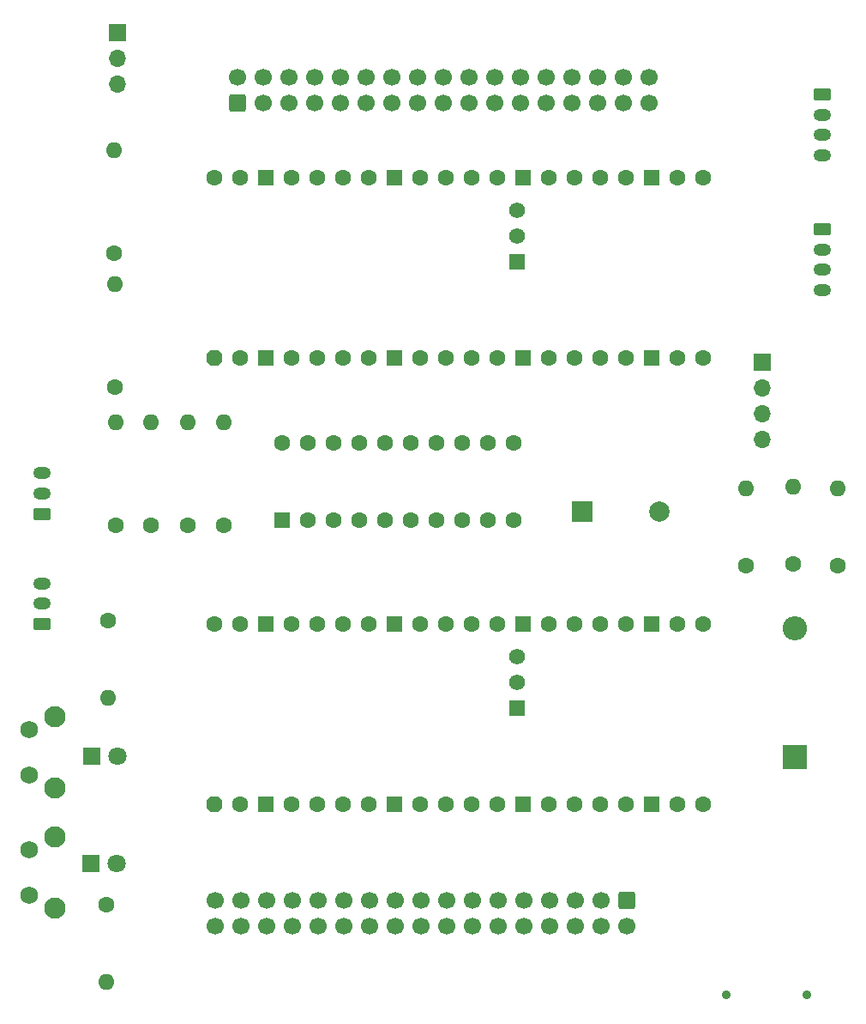
<source format=gbr>
%TF.GenerationSoftware,KiCad,Pcbnew,9.0.0*%
%TF.CreationDate,2025-03-10T21:28:12+01:00*%
%TF.ProjectId,X68KFDPI2,5836384b-4644-4504-9932-2e6b69636164,rev?*%
%TF.SameCoordinates,Original*%
%TF.FileFunction,Soldermask,Bot*%
%TF.FilePolarity,Negative*%
%FSLAX46Y46*%
G04 Gerber Fmt 4.6, Leading zero omitted, Abs format (unit mm)*
G04 Created by KiCad (PCBNEW 9.0.0) date 2025-03-10 21:28:12*
%MOMM*%
%LPD*%
G01*
G04 APERTURE LIST*
G04 Aperture macros list*
%AMRoundRect*
0 Rectangle with rounded corners*
0 $1 Rounding radius*
0 $2 $3 $4 $5 $6 $7 $8 $9 X,Y pos of 4 corners*
0 Add a 4 corners polygon primitive as box body*
4,1,4,$2,$3,$4,$5,$6,$7,$8,$9,$2,$3,0*
0 Add four circle primitives for the rounded corners*
1,1,$1+$1,$2,$3*
1,1,$1+$1,$4,$5*
1,1,$1+$1,$6,$7*
1,1,$1+$1,$8,$9*
0 Add four rect primitives between the rounded corners*
20,1,$1+$1,$2,$3,$4,$5,0*
20,1,$1+$1,$4,$5,$6,$7,0*
20,1,$1+$1,$6,$7,$8,$9,0*
20,1,$1+$1,$8,$9,$2,$3,0*%
%AMFreePoly0*
4,1,25,0.335306,0.780194,0.389950,0.741421,0.741421,0.389950,0.788777,0.314585,0.800000,0.248529,0.800000,-0.248529,0.780194,-0.335306,0.741421,-0.389950,0.389950,-0.741421,0.314585,-0.788777,0.248529,-0.800000,-0.248529,-0.800000,-0.335306,-0.780194,-0.389950,-0.741421,-0.741421,-0.389950,-0.788777,-0.314585,-0.800000,-0.248529,-0.800000,0.248529,-0.780194,0.335306,-0.741421,0.389950,
-0.389950,0.741421,-0.314585,0.788777,-0.248529,0.800000,0.248529,0.800000,0.335306,0.780194,0.335306,0.780194,$1*%
G04 Aperture macros list end*
%ADD10RoundRect,0.250000X0.625000X-0.350000X0.625000X0.350000X-0.625000X0.350000X-0.625000X-0.350000X0*%
%ADD11O,1.750000X1.200000*%
%ADD12C,1.600000*%
%ADD13O,1.600000X1.600000*%
%ADD14FreePoly0,90.000000*%
%ADD15RoundRect,0.200000X0.600000X-0.600000X0.600000X0.600000X-0.600000X0.600000X-0.600000X-0.600000X0*%
%ADD16R,1.574800X1.574800*%
%ADD17C,1.574800*%
%ADD18RoundRect,0.250000X-0.625000X0.350000X-0.625000X-0.350000X0.625000X-0.350000X0.625000X0.350000X0*%
%ADD19R,1.700000X1.700000*%
%ADD20O,1.700000X1.700000*%
%ADD21RoundRect,0.250000X0.550000X-0.550000X0.550000X0.550000X-0.550000X0.550000X-0.550000X-0.550000X0*%
%ADD22RoundRect,0.250000X-0.600000X0.600000X-0.600000X-0.600000X0.600000X-0.600000X0.600000X0.600000X0*%
%ADD23C,1.700000*%
%ADD24R,1.800000X1.800000*%
%ADD25C,1.800000*%
%ADD26R,2.400000X2.400000*%
%ADD27O,2.400000X2.400000*%
%ADD28RoundRect,0.250000X0.600000X-0.600000X0.600000X0.600000X-0.600000X0.600000X-0.600000X-0.600000X0*%
%ADD29C,2.100000*%
%ADD30C,1.750000*%
%ADD31R,2.000000X2.000000*%
%ADD32C,2.000000*%
%ADD33C,0.900000*%
G04 APERTURE END LIST*
D10*
%TO.C,J7*%
X72900000Y-94235000D03*
D11*
X72900000Y-92235000D03*
X72900000Y-90235000D03*
%TD*%
D12*
%TO.C,R2*%
X80125000Y-81775000D03*
D13*
X80125000Y-71615000D03*
%TD*%
D14*
%TO.C,U1*%
X89960000Y-78880000D03*
D12*
X92500000Y-78880000D03*
D15*
X95040000Y-78880000D03*
D12*
X97580000Y-78880000D03*
X100120000Y-78880000D03*
X102660000Y-78880000D03*
X105200000Y-78880000D03*
D15*
X107740000Y-78880000D03*
D12*
X110280000Y-78880000D03*
X112820000Y-78880000D03*
X115360000Y-78880000D03*
X117900000Y-78880000D03*
D15*
X120440000Y-78880000D03*
D12*
X122980000Y-78880000D03*
X125520000Y-78880000D03*
X128060000Y-78880000D03*
X130600000Y-78880000D03*
D15*
X133140000Y-78880000D03*
D12*
X135680000Y-78880000D03*
X138220000Y-78880000D03*
X138220000Y-61100000D03*
X135680000Y-61100000D03*
D15*
X133140000Y-61100000D03*
D12*
X130600000Y-61100000D03*
X128060000Y-61100000D03*
X125520000Y-61100000D03*
X122980000Y-61100000D03*
D15*
X120440000Y-61100000D03*
D12*
X117900000Y-61100000D03*
X115360000Y-61100000D03*
X112820000Y-61100000D03*
X110280000Y-61100000D03*
D15*
X107740000Y-61100000D03*
D12*
X105200000Y-61100000D03*
X102660000Y-61100000D03*
X100120000Y-61100000D03*
X97580000Y-61100000D03*
D15*
X95040000Y-61100000D03*
D12*
X92500000Y-61100000D03*
X89960000Y-61100000D03*
D16*
X119790000Y-69405800D03*
D17*
X119790000Y-66865800D03*
X119790000Y-64325800D03*
%TD*%
D12*
%TO.C,R7*%
X79400000Y-104765000D03*
D13*
X79400000Y-112385000D03*
%TD*%
D12*
%TO.C,R5*%
X87300000Y-95325000D03*
D13*
X87300000Y-85165000D03*
%TD*%
D18*
%TO.C,J4*%
X150000000Y-66150000D03*
D11*
X150000000Y-68150000D03*
X150000000Y-70150000D03*
X150000000Y-72150000D03*
%TD*%
D19*
%TO.C,J9*%
X144075000Y-79275000D03*
D20*
X144075000Y-81815000D03*
X144075000Y-84355000D03*
X144075000Y-86895000D03*
%TD*%
D12*
%TO.C,R1*%
X80075000Y-68555000D03*
D13*
X80075000Y-58395000D03*
%TD*%
D21*
%TO.C,U2*%
X96650000Y-94825000D03*
D12*
X99190000Y-94825000D03*
X101730000Y-94825000D03*
X104270000Y-94825000D03*
X106810000Y-94825000D03*
X109350000Y-94825000D03*
X111890000Y-94825000D03*
X114430000Y-94825000D03*
X116970000Y-94825000D03*
X119510000Y-94825000D03*
X119510000Y-87205000D03*
X116970000Y-87205000D03*
X114430000Y-87205000D03*
X111890000Y-87205000D03*
X109350000Y-87205000D03*
X106810000Y-87205000D03*
X104270000Y-87205000D03*
X101730000Y-87205000D03*
X99190000Y-87205000D03*
X96650000Y-87205000D03*
%TD*%
%TO.C,R8*%
X79275000Y-132825000D03*
D13*
X79275000Y-140445000D03*
%TD*%
D12*
%TO.C,R4*%
X83700000Y-95325000D03*
D13*
X83700000Y-85165000D03*
%TD*%
D12*
%TO.C,R3*%
X80200000Y-95325000D03*
D13*
X80200000Y-85165000D03*
%TD*%
D12*
%TO.C,R9*%
X142425000Y-99360000D03*
D13*
X142425000Y-91740000D03*
%TD*%
D22*
%TO.C,J1*%
X130685000Y-132385000D03*
D23*
X130685000Y-134925000D03*
X128145000Y-132385000D03*
X128145000Y-134925000D03*
X125605000Y-132385000D03*
X125605000Y-134925000D03*
X123065000Y-132385000D03*
X123065000Y-134925000D03*
X120525000Y-132385000D03*
X120525000Y-134925000D03*
X117985000Y-132385000D03*
X117985000Y-134925000D03*
X115445000Y-132385000D03*
X115445000Y-134925000D03*
X112905000Y-132385000D03*
X112905000Y-134925000D03*
X110365000Y-132385000D03*
X110365000Y-134925000D03*
X107825000Y-132385000D03*
X107825000Y-134925000D03*
X105285000Y-132385000D03*
X105285000Y-134925000D03*
X102745000Y-132385000D03*
X102745000Y-134925000D03*
X100205000Y-132385000D03*
X100205000Y-134925000D03*
X97665000Y-132385000D03*
X97665000Y-134925000D03*
X95125000Y-132385000D03*
X95125000Y-134925000D03*
X92585000Y-132385000D03*
X92585000Y-134925000D03*
X90045000Y-132385000D03*
X90045000Y-134925000D03*
%TD*%
D14*
%TO.C,RP1*%
X89960000Y-122880000D03*
D12*
X92500000Y-122880000D03*
D15*
X95040000Y-122880000D03*
D12*
X97580000Y-122880000D03*
X100120000Y-122880000D03*
X102660000Y-122880000D03*
X105200000Y-122880000D03*
D15*
X107740000Y-122880000D03*
D12*
X110280000Y-122880000D03*
X112820000Y-122880000D03*
X115360000Y-122880000D03*
X117900000Y-122880000D03*
D15*
X120440000Y-122880000D03*
D12*
X122980000Y-122880000D03*
X125520000Y-122880000D03*
X128060000Y-122880000D03*
X130600000Y-122880000D03*
D15*
X133140000Y-122880000D03*
D12*
X135680000Y-122880000D03*
X138220000Y-122880000D03*
X138220000Y-105100000D03*
X135680000Y-105100000D03*
D15*
X133140000Y-105100000D03*
D12*
X130600000Y-105100000D03*
X128060000Y-105100000D03*
X125520000Y-105100000D03*
X122980000Y-105100000D03*
D15*
X120440000Y-105100000D03*
D12*
X117900000Y-105100000D03*
X115360000Y-105100000D03*
X112820000Y-105100000D03*
X110280000Y-105100000D03*
D15*
X107740000Y-105100000D03*
D12*
X105200000Y-105100000D03*
X102660000Y-105100000D03*
X100120000Y-105100000D03*
X97580000Y-105100000D03*
D15*
X95040000Y-105100000D03*
D12*
X92500000Y-105100000D03*
X89960000Y-105100000D03*
D16*
X119790000Y-113405800D03*
D17*
X119790000Y-110865800D03*
X119790000Y-108325800D03*
%TD*%
D12*
%TO.C,R10*%
X147050000Y-99185000D03*
D13*
X147050000Y-91565000D03*
%TD*%
D12*
%TO.C,R11*%
X151500000Y-99360000D03*
D13*
X151500000Y-91740000D03*
%TD*%
D19*
%TO.C,J13*%
X80375000Y-46770000D03*
D20*
X80375000Y-49310000D03*
X80375000Y-51850000D03*
%TD*%
D24*
%TO.C,D3*%
X77785000Y-128750000D03*
D25*
X80325000Y-128750000D03*
%TD*%
D26*
%TO.C,D1*%
X147300000Y-118200000D03*
D27*
X147300000Y-105500000D03*
%TD*%
D28*
%TO.C,J2*%
X92220000Y-53715000D03*
D23*
X92220000Y-51175000D03*
X94760000Y-53715000D03*
X94760000Y-51175000D03*
X97300000Y-53715000D03*
X97300000Y-51175000D03*
X99840000Y-53715000D03*
X99840000Y-51175000D03*
X102380000Y-53715000D03*
X102380000Y-51175000D03*
X104920000Y-53715000D03*
X104920000Y-51175000D03*
X107460000Y-53715000D03*
X107460000Y-51175000D03*
X110000000Y-53715000D03*
X110000000Y-51175000D03*
X112540000Y-53715000D03*
X112540000Y-51175000D03*
X115080000Y-53715000D03*
X115080000Y-51175000D03*
X117620000Y-53715000D03*
X117620000Y-51175000D03*
X120160000Y-53715000D03*
X120160000Y-51175000D03*
X122700000Y-53715000D03*
X122700000Y-51175000D03*
X125240000Y-53715000D03*
X125240000Y-51175000D03*
X127780000Y-53715000D03*
X127780000Y-51175000D03*
X130320000Y-53715000D03*
X130320000Y-51175000D03*
X132860000Y-53715000D03*
X132860000Y-51175000D03*
%TD*%
D29*
%TO.C,SW1*%
X74175000Y-121250000D03*
X74175000Y-114240000D03*
D30*
X71685000Y-120000000D03*
X71685000Y-115500000D03*
%TD*%
D10*
%TO.C,J8*%
X72900000Y-105110000D03*
D11*
X72900000Y-103110000D03*
X72900000Y-101110000D03*
%TD*%
D31*
%TO.C,BZ1*%
X126275000Y-93975000D03*
D32*
X133875000Y-93975000D03*
%TD*%
D33*
%TO.C,J11*%
X148450032Y-141700045D03*
X140450032Y-141700045D03*
%TD*%
D29*
%TO.C,SW2*%
X74175000Y-133135000D03*
X74175000Y-126125000D03*
D30*
X71685000Y-131885000D03*
X71685000Y-127385000D03*
%TD*%
D18*
%TO.C,J3*%
X150000000Y-52875000D03*
D11*
X150000000Y-54875000D03*
X150000000Y-56875000D03*
X150000000Y-58875000D03*
%TD*%
D24*
%TO.C,D2*%
X77860000Y-118150000D03*
D25*
X80400000Y-118150000D03*
%TD*%
D12*
%TO.C,R6*%
X90875000Y-95325000D03*
D13*
X90875000Y-85165000D03*
%TD*%
M02*

</source>
